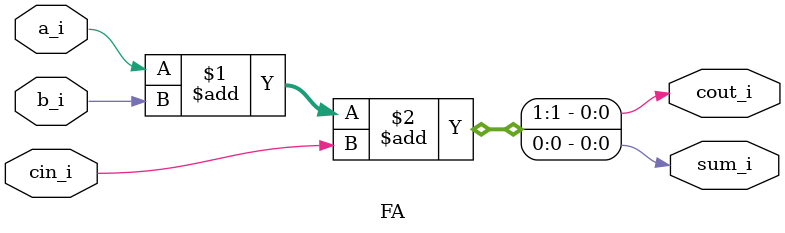
<source format=v>
module top_module( 
    input [99:0] a, b,
    input cin,
    output [99:0] cout,
    output [99:0] sum );
 
    FA FA_array0(
        .a_i(a[0]),
        .b_i(b[0]),
        .cin_i(cin),
        .sum_i(sum[0]),
        .cout_i(cout[0])
    );
 // Array of FA instances  (((((((((instance array)))))))))
    FA FA_array[99:1](
        .a_i(a[99:1]),
        .b_i(b[99:1]),
        .cin_i(cout[98:0]),
        .sum_i(sum[99:1]),
        .cout_i(cout[99:1])
    );
endmodule
// _______________ FullAdder module____________//
module FA (
    input a_i,b_i,cin_i,
    output sum_i,cout_i
);
    assign {cout_i,sum_i} = a_i+b_i+cin_i;
endmodule
</source>
